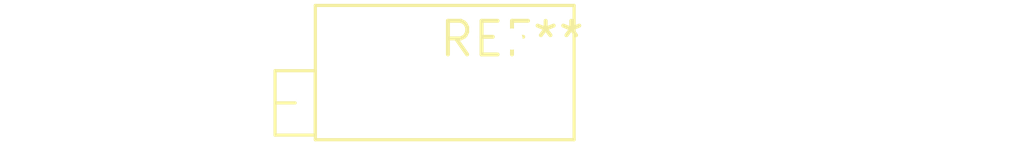
<source format=kicad_pcb>
(kicad_pcb (version 20240108) (generator pcbnew)
  (layers (0 "F.Cu" signal) (31 "B.Cu" signal) (34 "B.Paste" user) (35 "F.Paste" user) (36 "B.SilkS" user "B.Silkscreen") (37 "F.SilkS" user "F.Silkscreen") (38 "B.Mask" user) (39 "F.Mask" user) (44 "Edge.Cuts" user))
  (net 0 "")
  (footprint "Potentiometer_Bourns_3296Z_Horizontal" (layer "F.Cu") (at 0 0)
    (property "Reference" "REF**")
    (property "Value" "Potentiometer_Bourns_3296Z_Horizontal")
    (fp_line (start -8.945 1.195) (end -8.945 3.625) (layer "F.SilkS") (stroke (width 0.12)))
    (fp_line (start -8.945 1.195) (end -7.426 1.195) (layer "F.SilkS") (stroke (width 0.12)))
    (fp_line (start -8.945 2.41) (end -8.186 2.41) (layer "F.SilkS") (stroke (width 0.12)))
    (fp_line (start -8.945 3.625) (end -7.426 3.625) (layer "F.SilkS") (stroke (width 0.12)))
    (fp_line (start -7.426 1.195) (end -7.426 3.625) (layer "F.SilkS") (stroke (width 0.12)))
    (fp_line (start -7.425 -1.27) (end -7.425 3.8) (layer "F.SilkS") (stroke (width 0.12)))
    (fp_line (start -7.425 -1.27) (end 2.345 -1.27) (layer "F.SilkS") (stroke (width 0.12)))
    (fp_line (start -7.425 3.8) (end 2.345 3.8) (layer "F.SilkS") (stroke (width 0.12)))
    (fp_line (start 2.345 -1.27) (end 2.345 3.8) (layer "F.SilkS") (stroke (width 0.12)))
    (pad "1" thru_hole circle (at 0 0) (size 1.44 1.44) (drill 0.8) (layers *.Cu *.Mask) (remove_unused_layers))
    (pad "2" thru_hole circle (at -2.54 2.54) (size 1.44 1.44) (drill 0.8) (layers *.Cu *.Mask) (remove_unused_layers))
    (pad "3" thru_hole circle (at -5.08 0) (size 1.44 1.44) (drill 0.8) (layers *.Cu *.Mask) (remove_unused_layers))
  )
)
</source>
